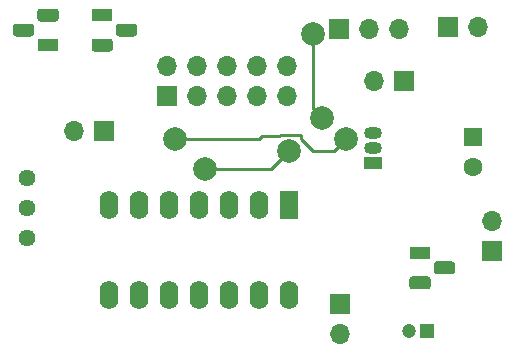
<source format=gbr>
G04 #@! TF.GenerationSoftware,KiCad,Pcbnew,5.0.1*
G04 #@! TF.CreationDate,2019-02-11T11:48:54+08:00*
G04 #@! TF.ProjectId,lab,6C61622E6B696361645F706362000000,rev?*
G04 #@! TF.SameCoordinates,Original*
G04 #@! TF.FileFunction,Copper,L2,Bot,Signal*
G04 #@! TF.FilePolarity,Positive*
%FSLAX46Y46*%
G04 Gerber Fmt 4.6, Leading zero omitted, Abs format (unit mm)*
G04 Created by KiCad (PCBNEW 5.0.1) date Mon 11 Feb 2019 11:48:54 AM +08*
%MOMM*%
%LPD*%
G01*
G04 APERTURE LIST*
G04 #@! TA.AperFunction,ComponentPad*
%ADD10R,1.200000X1.200000*%
G04 #@! TD*
G04 #@! TA.AperFunction,ComponentPad*
%ADD11C,1.200000*%
G04 #@! TD*
G04 #@! TA.AperFunction,ComponentPad*
%ADD12O,1.700000X1.700000*%
G04 #@! TD*
G04 #@! TA.AperFunction,ComponentPad*
%ADD13R,1.700000X1.700000*%
G04 #@! TD*
G04 #@! TA.AperFunction,ComponentPad*
%ADD14R,1.600000X1.600000*%
G04 #@! TD*
G04 #@! TA.AperFunction,ComponentPad*
%ADD15C,1.600000*%
G04 #@! TD*
G04 #@! TA.AperFunction,ComponentPad*
%ADD16R,1.600000X2.400000*%
G04 #@! TD*
G04 #@! TA.AperFunction,ComponentPad*
%ADD17O,1.600000X2.400000*%
G04 #@! TD*
G04 #@! TA.AperFunction,ComponentPad*
%ADD18O,1.500000X1.050000*%
G04 #@! TD*
G04 #@! TA.AperFunction,ComponentPad*
%ADD19R,1.500000X1.050000*%
G04 #@! TD*
G04 #@! TA.AperFunction,Conductor*
%ADD20C,0.100000*%
G04 #@! TD*
G04 #@! TA.AperFunction,ComponentPad*
%ADD21C,1.100000*%
G04 #@! TD*
G04 #@! TA.AperFunction,ComponentPad*
%ADD22R,1.800000X1.100000*%
G04 #@! TD*
G04 #@! TA.AperFunction,ComponentPad*
%ADD23C,1.440000*%
G04 #@! TD*
G04 #@! TA.AperFunction,ViaPad*
%ADD24C,2.000000*%
G04 #@! TD*
G04 #@! TA.AperFunction,Conductor*
%ADD25C,0.250000*%
G04 #@! TD*
G04 APERTURE END LIST*
D10*
G04 #@! TO.P,C3,1*
G04 #@! TO.N,Net-(C3-Pad1)*
X56618900Y-46739200D03*
D11*
G04 #@! TO.P,C3,2*
G04 #@! TO.N,Net-(C3-Pad2)*
X55118900Y-46739200D03*
G04 #@! TD*
D12*
G04 #@! TO.P,J1,10*
G04 #@! TO.N,MEAS*
X44800000Y-24330000D03*
G04 #@! TO.P,J1,9*
G04 #@! TO.N,GNDD*
X44800000Y-26870000D03*
G04 #@! TO.P,J1,8*
G04 #@! TO.N,VREF3.3*
X42260000Y-24330000D03*
G04 #@! TO.P,J1,7*
G04 #@! TO.N,SIN*
X42260000Y-26870000D03*
G04 #@! TO.P,J1,6*
G04 #@! TO.N,CMRST*
X39720000Y-24330000D03*
G04 #@! TO.P,J1,5*
G04 #@! TO.N,TRIANGLE*
X39720000Y-26870000D03*
G04 #@! TO.P,J1,4*
G04 #@! TO.N,CSD2*
X37180000Y-24330000D03*
G04 #@! TO.P,J1,3*
G04 #@! TO.N,SQUARE*
X37180000Y-26870000D03*
G04 #@! TO.P,J1,2*
G04 #@! TO.N,CSD1*
X34640000Y-24330000D03*
D13*
G04 #@! TO.P,J1,1*
G04 #@! TO.N,+5V*
X34640000Y-26870000D03*
G04 #@! TD*
D12*
G04 #@! TO.P,JP1,2*
G04 #@! TO.N,Net-(C3-Pad2)*
X49267300Y-46950900D03*
D13*
G04 #@! TO.P,JP1,1*
G04 #@! TO.N,SIN*
X49267300Y-44410900D03*
G04 #@! TD*
G04 #@! TO.P,JP2,1*
G04 #@! TO.N,Net-(C5-Pad1)*
X62174600Y-39986000D03*
D12*
G04 #@! TO.P,JP2,2*
G04 #@! TO.N,Net-(JP2-Pad2)*
X62174600Y-37446000D03*
G04 #@! TD*
D14*
G04 #@! TO.P,LS1,1*
G04 #@! TO.N,+5V*
X60590000Y-30330000D03*
D15*
G04 #@! TO.P,LS1,2*
G04 #@! TO.N,Net-(JP2-Pad2)*
X60590000Y-32830000D03*
G04 #@! TD*
D13*
G04 #@! TO.P,R2,1*
G04 #@! TO.N,TMEAS*
X58393600Y-20959400D03*
D12*
G04 #@! TO.P,R2,2*
G04 #@! TO.N,GNDD*
X60933600Y-20959400D03*
G04 #@! TD*
D16*
G04 #@! TO.P,U1,1*
G04 #@! TO.N,VREF3.3*
X44990000Y-36030000D03*
D17*
G04 #@! TO.P,U1,8*
G04 #@! TO.N,TRIANGLE*
X29750000Y-43650000D03*
G04 #@! TO.P,U1,2*
G04 #@! TO.N,Net-(R9-Pad2)*
X42450000Y-36030000D03*
G04 #@! TO.P,U1,9*
G04 #@! TO.N,Net-(C6-Pad2)*
X32290000Y-43650000D03*
G04 #@! TO.P,U1,3*
G04 #@! TO.N,3V3*
X39910000Y-36030000D03*
G04 #@! TO.P,U1,10*
G04 #@! TO.N,Net-(R10-Pad2)*
X34830000Y-43650000D03*
G04 #@! TO.P,U1,4*
G04 #@! TO.N,+5V*
X37370000Y-36030000D03*
G04 #@! TO.P,U1,11*
G04 #@! TO.N,GNDD*
X37370000Y-43650000D03*
G04 #@! TO.P,U1,5*
G04 #@! TO.N,Net-(R3-Pad1)*
X34830000Y-36030000D03*
G04 #@! TO.P,U1,12*
G04 #@! TO.N,Net-(R13-Pad2)*
X39910000Y-43650000D03*
G04 #@! TO.P,U1,6*
G04 #@! TO.N,Net-(C1-Pad1)*
X32290000Y-36030000D03*
G04 #@! TO.P,U1,13*
G04 #@! TO.N,Net-(C7-Pad2)*
X42450000Y-43650000D03*
G04 #@! TO.P,U1,7*
G04 #@! TO.N,SQUARE*
X29750000Y-36030000D03*
G04 #@! TO.P,U1,14*
G04 #@! TO.N,SIN*
X44990000Y-43650000D03*
G04 #@! TD*
D18*
G04 #@! TO.P,U2,2*
G04 #@! TO.N,GNDD*
X52110000Y-31270000D03*
G04 #@! TO.P,U2,3*
G04 #@! TO.N,+5V*
X52110000Y-30000000D03*
D19*
G04 #@! TO.P,U2,1*
G04 #@! TO.N,3V3*
X52110000Y-32540000D03*
G04 #@! TD*
D20*
G04 #@! TO.N,Net-(C5-Pad2)*
G04 #@! TO.C,Q1*
G36*
X58774555Y-40840224D02*
X58801250Y-40844184D01*
X58827428Y-40850741D01*
X58852838Y-40859833D01*
X58877234Y-40871372D01*
X58900382Y-40885246D01*
X58922058Y-40901322D01*
X58942054Y-40919446D01*
X58960178Y-40939442D01*
X58976254Y-40961118D01*
X58990128Y-40984266D01*
X59001667Y-41008662D01*
X59010759Y-41034072D01*
X59017316Y-41060250D01*
X59021276Y-41086945D01*
X59022600Y-41113900D01*
X59022600Y-41663900D01*
X59021276Y-41690855D01*
X59017316Y-41717550D01*
X59010759Y-41743728D01*
X59001667Y-41769138D01*
X58990128Y-41793534D01*
X58976254Y-41816682D01*
X58960178Y-41838358D01*
X58942054Y-41858354D01*
X58922058Y-41876478D01*
X58900382Y-41892554D01*
X58877234Y-41906428D01*
X58852838Y-41917967D01*
X58827428Y-41927059D01*
X58801250Y-41933616D01*
X58774555Y-41937576D01*
X58747600Y-41938900D01*
X57497600Y-41938900D01*
X57470645Y-41937576D01*
X57443950Y-41933616D01*
X57417772Y-41927059D01*
X57392362Y-41917967D01*
X57367966Y-41906428D01*
X57344818Y-41892554D01*
X57323142Y-41876478D01*
X57303146Y-41858354D01*
X57285022Y-41838358D01*
X57268946Y-41816682D01*
X57255072Y-41793534D01*
X57243533Y-41769138D01*
X57234441Y-41743728D01*
X57227884Y-41717550D01*
X57223924Y-41690855D01*
X57222600Y-41663900D01*
X57222600Y-41113900D01*
X57223924Y-41086945D01*
X57227884Y-41060250D01*
X57234441Y-41034072D01*
X57243533Y-41008662D01*
X57255072Y-40984266D01*
X57268946Y-40961118D01*
X57285022Y-40939442D01*
X57303146Y-40919446D01*
X57323142Y-40901322D01*
X57344818Y-40885246D01*
X57367966Y-40871372D01*
X57392362Y-40859833D01*
X57417772Y-40850741D01*
X57443950Y-40844184D01*
X57470645Y-40840224D01*
X57497600Y-40838900D01*
X58747600Y-40838900D01*
X58774555Y-40840224D01*
X58774555Y-40840224D01*
G37*
D21*
G04 #@! TD*
G04 #@! TO.P,Q1,2*
G04 #@! TO.N,Net-(C5-Pad2)*
X58122600Y-41388900D03*
D20*
G04 #@! TO.N,Net-(C5-Pad1)*
G04 #@! TO.C,Q1*
G36*
X56704555Y-42110224D02*
X56731250Y-42114184D01*
X56757428Y-42120741D01*
X56782838Y-42129833D01*
X56807234Y-42141372D01*
X56830382Y-42155246D01*
X56852058Y-42171322D01*
X56872054Y-42189446D01*
X56890178Y-42209442D01*
X56906254Y-42231118D01*
X56920128Y-42254266D01*
X56931667Y-42278662D01*
X56940759Y-42304072D01*
X56947316Y-42330250D01*
X56951276Y-42356945D01*
X56952600Y-42383900D01*
X56952600Y-42933900D01*
X56951276Y-42960855D01*
X56947316Y-42987550D01*
X56940759Y-43013728D01*
X56931667Y-43039138D01*
X56920128Y-43063534D01*
X56906254Y-43086682D01*
X56890178Y-43108358D01*
X56872054Y-43128354D01*
X56852058Y-43146478D01*
X56830382Y-43162554D01*
X56807234Y-43176428D01*
X56782838Y-43187967D01*
X56757428Y-43197059D01*
X56731250Y-43203616D01*
X56704555Y-43207576D01*
X56677600Y-43208900D01*
X55427600Y-43208900D01*
X55400645Y-43207576D01*
X55373950Y-43203616D01*
X55347772Y-43197059D01*
X55322362Y-43187967D01*
X55297966Y-43176428D01*
X55274818Y-43162554D01*
X55253142Y-43146478D01*
X55233146Y-43128354D01*
X55215022Y-43108358D01*
X55198946Y-43086682D01*
X55185072Y-43063534D01*
X55173533Y-43039138D01*
X55164441Y-43013728D01*
X55157884Y-42987550D01*
X55153924Y-42960855D01*
X55152600Y-42933900D01*
X55152600Y-42383900D01*
X55153924Y-42356945D01*
X55157884Y-42330250D01*
X55164441Y-42304072D01*
X55173533Y-42278662D01*
X55185072Y-42254266D01*
X55198946Y-42231118D01*
X55215022Y-42209442D01*
X55233146Y-42189446D01*
X55253142Y-42171322D01*
X55274818Y-42155246D01*
X55297966Y-42141372D01*
X55322362Y-42129833D01*
X55347772Y-42120741D01*
X55373950Y-42114184D01*
X55400645Y-42110224D01*
X55427600Y-42108900D01*
X56677600Y-42108900D01*
X56704555Y-42110224D01*
X56704555Y-42110224D01*
G37*
D21*
G04 #@! TD*
G04 #@! TO.P,Q1,3*
G04 #@! TO.N,Net-(C5-Pad1)*
X56052600Y-42658900D03*
D22*
G04 #@! TO.P,Q1,1*
G04 #@! TO.N,GNDD*
X56052600Y-40118900D03*
G04 #@! TD*
D23*
G04 #@! TO.P,RV1,1*
G04 #@! TO.N,Net-(JP4-Pad2)*
X22770000Y-33780000D03*
G04 #@! TO.P,RV1,2*
G04 #@! TO.N,SQUARE*
X22770000Y-36320000D03*
G04 #@! TO.P,RV1,3*
G04 #@! TO.N,N/C*
X22770000Y-38860000D03*
G04 #@! TD*
D13*
G04 #@! TO.P,J3,1*
G04 #@! TO.N,GNDD*
X54690000Y-25540000D03*
D12*
G04 #@! TO.P,J3,2*
G04 #@! TO.N,CMEAS*
X52150000Y-25540000D03*
G04 #@! TD*
D20*
G04 #@! TO.N,Net-(Q2-Pad2)*
G04 #@! TO.C,Q2*
G36*
X23141955Y-20701324D02*
X23168650Y-20705284D01*
X23194828Y-20711841D01*
X23220238Y-20720933D01*
X23244634Y-20732472D01*
X23267782Y-20746346D01*
X23289458Y-20762422D01*
X23309454Y-20780546D01*
X23327578Y-20800542D01*
X23343654Y-20822218D01*
X23357528Y-20845366D01*
X23369067Y-20869762D01*
X23378159Y-20895172D01*
X23384716Y-20921350D01*
X23388676Y-20948045D01*
X23390000Y-20975000D01*
X23390000Y-21525000D01*
X23388676Y-21551955D01*
X23384716Y-21578650D01*
X23378159Y-21604828D01*
X23369067Y-21630238D01*
X23357528Y-21654634D01*
X23343654Y-21677782D01*
X23327578Y-21699458D01*
X23309454Y-21719454D01*
X23289458Y-21737578D01*
X23267782Y-21753654D01*
X23244634Y-21767528D01*
X23220238Y-21779067D01*
X23194828Y-21788159D01*
X23168650Y-21794716D01*
X23141955Y-21798676D01*
X23115000Y-21800000D01*
X21865000Y-21800000D01*
X21838045Y-21798676D01*
X21811350Y-21794716D01*
X21785172Y-21788159D01*
X21759762Y-21779067D01*
X21735366Y-21767528D01*
X21712218Y-21753654D01*
X21690542Y-21737578D01*
X21670546Y-21719454D01*
X21652422Y-21699458D01*
X21636346Y-21677782D01*
X21622472Y-21654634D01*
X21610933Y-21630238D01*
X21601841Y-21604828D01*
X21595284Y-21578650D01*
X21591324Y-21551955D01*
X21590000Y-21525000D01*
X21590000Y-20975000D01*
X21591324Y-20948045D01*
X21595284Y-20921350D01*
X21601841Y-20895172D01*
X21610933Y-20869762D01*
X21622472Y-20845366D01*
X21636346Y-20822218D01*
X21652422Y-20800542D01*
X21670546Y-20780546D01*
X21690542Y-20762422D01*
X21712218Y-20746346D01*
X21735366Y-20732472D01*
X21759762Y-20720933D01*
X21785172Y-20711841D01*
X21811350Y-20705284D01*
X21838045Y-20701324D01*
X21865000Y-20700000D01*
X23115000Y-20700000D01*
X23141955Y-20701324D01*
X23141955Y-20701324D01*
G37*
D21*
G04 #@! TD*
G04 #@! TO.P,Q2,2*
G04 #@! TO.N,Net-(Q2-Pad2)*
X22490000Y-21250000D03*
D20*
G04 #@! TO.N,3V3*
G04 #@! TO.C,Q2*
G36*
X25211955Y-19431324D02*
X25238650Y-19435284D01*
X25264828Y-19441841D01*
X25290238Y-19450933D01*
X25314634Y-19462472D01*
X25337782Y-19476346D01*
X25359458Y-19492422D01*
X25379454Y-19510546D01*
X25397578Y-19530542D01*
X25413654Y-19552218D01*
X25427528Y-19575366D01*
X25439067Y-19599762D01*
X25448159Y-19625172D01*
X25454716Y-19651350D01*
X25458676Y-19678045D01*
X25460000Y-19705000D01*
X25460000Y-20255000D01*
X25458676Y-20281955D01*
X25454716Y-20308650D01*
X25448159Y-20334828D01*
X25439067Y-20360238D01*
X25427528Y-20384634D01*
X25413654Y-20407782D01*
X25397578Y-20429458D01*
X25379454Y-20449454D01*
X25359458Y-20467578D01*
X25337782Y-20483654D01*
X25314634Y-20497528D01*
X25290238Y-20509067D01*
X25264828Y-20518159D01*
X25238650Y-20524716D01*
X25211955Y-20528676D01*
X25185000Y-20530000D01*
X23935000Y-20530000D01*
X23908045Y-20528676D01*
X23881350Y-20524716D01*
X23855172Y-20518159D01*
X23829762Y-20509067D01*
X23805366Y-20497528D01*
X23782218Y-20483654D01*
X23760542Y-20467578D01*
X23740546Y-20449454D01*
X23722422Y-20429458D01*
X23706346Y-20407782D01*
X23692472Y-20384634D01*
X23680933Y-20360238D01*
X23671841Y-20334828D01*
X23665284Y-20308650D01*
X23661324Y-20281955D01*
X23660000Y-20255000D01*
X23660000Y-19705000D01*
X23661324Y-19678045D01*
X23665284Y-19651350D01*
X23671841Y-19625172D01*
X23680933Y-19599762D01*
X23692472Y-19575366D01*
X23706346Y-19552218D01*
X23722422Y-19530542D01*
X23740546Y-19510546D01*
X23760542Y-19492422D01*
X23782218Y-19476346D01*
X23805366Y-19462472D01*
X23829762Y-19450933D01*
X23855172Y-19441841D01*
X23881350Y-19435284D01*
X23908045Y-19431324D01*
X23935000Y-19430000D01*
X25185000Y-19430000D01*
X25211955Y-19431324D01*
X25211955Y-19431324D01*
G37*
D21*
G04 #@! TD*
G04 #@! TO.P,Q2,3*
G04 #@! TO.N,3V3*
X24560000Y-19980000D03*
D22*
G04 #@! TO.P,Q2,1*
G04 #@! TO.N,Net-(Q2-Pad1)*
X24560000Y-22520000D03*
G04 #@! TD*
G04 #@! TO.P,Q3,1*
G04 #@! TO.N,Net-(Q3-Pad1)*
X29150000Y-19980000D03*
D20*
G04 #@! TD*
G04 #@! TO.N,3V3*
G04 #@! TO.C,Q3*
G36*
X29801955Y-21971324D02*
X29828650Y-21975284D01*
X29854828Y-21981841D01*
X29880238Y-21990933D01*
X29904634Y-22002472D01*
X29927782Y-22016346D01*
X29949458Y-22032422D01*
X29969454Y-22050546D01*
X29987578Y-22070542D01*
X30003654Y-22092218D01*
X30017528Y-22115366D01*
X30029067Y-22139762D01*
X30038159Y-22165172D01*
X30044716Y-22191350D01*
X30048676Y-22218045D01*
X30050000Y-22245000D01*
X30050000Y-22795000D01*
X30048676Y-22821955D01*
X30044716Y-22848650D01*
X30038159Y-22874828D01*
X30029067Y-22900238D01*
X30017528Y-22924634D01*
X30003654Y-22947782D01*
X29987578Y-22969458D01*
X29969454Y-22989454D01*
X29949458Y-23007578D01*
X29927782Y-23023654D01*
X29904634Y-23037528D01*
X29880238Y-23049067D01*
X29854828Y-23058159D01*
X29828650Y-23064716D01*
X29801955Y-23068676D01*
X29775000Y-23070000D01*
X28525000Y-23070000D01*
X28498045Y-23068676D01*
X28471350Y-23064716D01*
X28445172Y-23058159D01*
X28419762Y-23049067D01*
X28395366Y-23037528D01*
X28372218Y-23023654D01*
X28350542Y-23007578D01*
X28330546Y-22989454D01*
X28312422Y-22969458D01*
X28296346Y-22947782D01*
X28282472Y-22924634D01*
X28270933Y-22900238D01*
X28261841Y-22874828D01*
X28255284Y-22848650D01*
X28251324Y-22821955D01*
X28250000Y-22795000D01*
X28250000Y-22245000D01*
X28251324Y-22218045D01*
X28255284Y-22191350D01*
X28261841Y-22165172D01*
X28270933Y-22139762D01*
X28282472Y-22115366D01*
X28296346Y-22092218D01*
X28312422Y-22070542D01*
X28330546Y-22050546D01*
X28350542Y-22032422D01*
X28372218Y-22016346D01*
X28395366Y-22002472D01*
X28419762Y-21990933D01*
X28445172Y-21981841D01*
X28471350Y-21975284D01*
X28498045Y-21971324D01*
X28525000Y-21970000D01*
X29775000Y-21970000D01*
X29801955Y-21971324D01*
X29801955Y-21971324D01*
G37*
D21*
G04 #@! TO.P,Q3,3*
G04 #@! TO.N,3V3*
X29150000Y-22520000D03*
D20*
G04 #@! TD*
G04 #@! TO.N,Net-(Q3-Pad2)*
G04 #@! TO.C,Q3*
G36*
X31871955Y-20701324D02*
X31898650Y-20705284D01*
X31924828Y-20711841D01*
X31950238Y-20720933D01*
X31974634Y-20732472D01*
X31997782Y-20746346D01*
X32019458Y-20762422D01*
X32039454Y-20780546D01*
X32057578Y-20800542D01*
X32073654Y-20822218D01*
X32087528Y-20845366D01*
X32099067Y-20869762D01*
X32108159Y-20895172D01*
X32114716Y-20921350D01*
X32118676Y-20948045D01*
X32120000Y-20975000D01*
X32120000Y-21525000D01*
X32118676Y-21551955D01*
X32114716Y-21578650D01*
X32108159Y-21604828D01*
X32099067Y-21630238D01*
X32087528Y-21654634D01*
X32073654Y-21677782D01*
X32057578Y-21699458D01*
X32039454Y-21719454D01*
X32019458Y-21737578D01*
X31997782Y-21753654D01*
X31974634Y-21767528D01*
X31950238Y-21779067D01*
X31924828Y-21788159D01*
X31898650Y-21794716D01*
X31871955Y-21798676D01*
X31845000Y-21800000D01*
X30595000Y-21800000D01*
X30568045Y-21798676D01*
X30541350Y-21794716D01*
X30515172Y-21788159D01*
X30489762Y-21779067D01*
X30465366Y-21767528D01*
X30442218Y-21753654D01*
X30420542Y-21737578D01*
X30400546Y-21719454D01*
X30382422Y-21699458D01*
X30366346Y-21677782D01*
X30352472Y-21654634D01*
X30340933Y-21630238D01*
X30331841Y-21604828D01*
X30325284Y-21578650D01*
X30321324Y-21551955D01*
X30320000Y-21525000D01*
X30320000Y-20975000D01*
X30321324Y-20948045D01*
X30325284Y-20921350D01*
X30331841Y-20895172D01*
X30340933Y-20869762D01*
X30352472Y-20845366D01*
X30366346Y-20822218D01*
X30382422Y-20800542D01*
X30400546Y-20780546D01*
X30420542Y-20762422D01*
X30442218Y-20746346D01*
X30465366Y-20732472D01*
X30489762Y-20720933D01*
X30515172Y-20711841D01*
X30541350Y-20705284D01*
X30568045Y-20701324D01*
X30595000Y-20700000D01*
X31845000Y-20700000D01*
X31871955Y-20701324D01*
X31871955Y-20701324D01*
G37*
D21*
G04 #@! TO.P,Q3,2*
G04 #@! TO.N,Net-(Q3-Pad2)*
X31220000Y-21250000D03*
G04 #@! TD*
D13*
G04 #@! TO.P,JP4,1*
G04 #@! TO.N,Net-(C1-Pad1)*
X29335300Y-29800800D03*
D12*
G04 #@! TO.P,JP4,2*
G04 #@! TO.N,Net-(JP4-Pad2)*
X26795300Y-29800800D03*
G04 #@! TD*
D13*
G04 #@! TO.P,JP3,1*
G04 #@! TO.N,CMEAS*
X49180700Y-21142100D03*
D12*
G04 #@! TO.P,JP3,2*
G04 #@! TO.N,MEAS*
X51720700Y-21142100D03*
G04 #@! TO.P,JP3,3*
G04 #@! TO.N,TMEAS*
X54260700Y-21142100D03*
G04 #@! TD*
D24*
G04 #@! TO.N,GNDD*
X35306000Y-30480000D03*
X49784000Y-30480000D03*
G04 #@! TO.N,3V3*
X44958000Y-31496000D03*
X37846000Y-33020000D03*
G04 #@! TO.N,CMEAS*
X46990000Y-21555854D03*
X47752000Y-28702000D03*
G04 #@! TD*
D25*
G04 #@! TO.N,3V3*
X41148000Y-33020000D02*
X43434000Y-33020000D01*
X43434000Y-33020000D02*
X44958000Y-31496000D01*
X41148000Y-33020000D02*
X37846000Y-33020000D01*
X41911260Y-33020000D02*
X41148000Y-33020000D01*
G04 #@! TO.N,GNDD*
X35306000Y-30480000D02*
X42418000Y-30480000D01*
X42418000Y-30480000D02*
X42672000Y-30226000D01*
X42672000Y-30226000D02*
X43942000Y-30226000D01*
X43942000Y-30226000D02*
X44196000Y-30226000D01*
X44196000Y-30226000D02*
X44251001Y-30170999D01*
X44251001Y-30170999D02*
X45212000Y-30170999D01*
X45212000Y-30170999D02*
X45267001Y-30170999D01*
X45974000Y-30170999D02*
X45974000Y-30480000D01*
X45974000Y-30170999D02*
X45212000Y-30170999D01*
X45974000Y-30480000D02*
X46990000Y-31496000D01*
X48768000Y-31496000D02*
X49784000Y-30480000D01*
X46990000Y-31496000D02*
X48768000Y-31496000D01*
G04 #@! TO.N,CMEAS*
X46990000Y-27940000D02*
X47752000Y-28702000D01*
X46990000Y-21555854D02*
X46990000Y-27940000D01*
G04 #@! TD*
M02*

</source>
